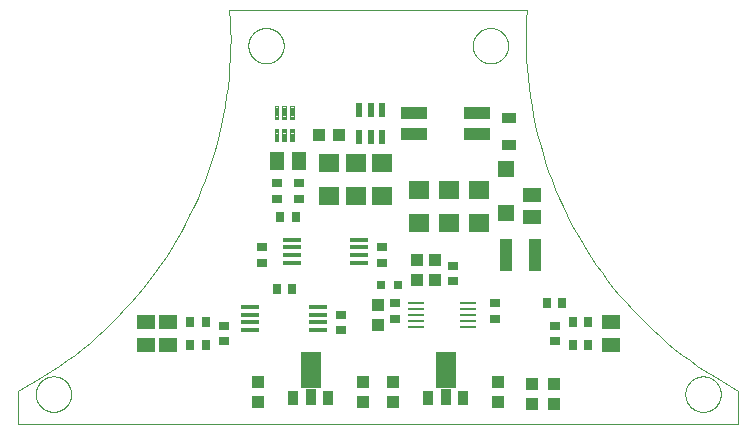
<source format=gtp>
G75*
%MOIN*%
%OFA0B0*%
%FSLAX25Y25*%
%IPPOS*%
%LPD*%
%AMOC8*
5,1,8,0,0,1.08239X$1,22.5*
%
%ADD10C,0.00000*%
%ADD11C,0.00039*%
%ADD12R,0.03937X0.04331*%
%ADD13R,0.03543X0.02756*%
%ADD14R,0.02756X0.03543*%
%ADD15R,0.06181X0.01614*%
%ADD16R,0.03543X0.05118*%
%ADD17R,0.03543X0.05807*%
%ADD18R,0.06823X0.12303*%
%ADD19R,0.05906X0.05118*%
%ADD20R,0.05118X0.05906*%
%ADD21R,0.05600X0.01100*%
%ADD22C,0.00394*%
%ADD23R,0.02953X0.02756*%
%ADD24R,0.08661X0.03937*%
%ADD25R,0.05118X0.03543*%
%ADD26R,0.05512X0.05512*%
%ADD27R,0.03937X0.10630*%
%ADD28R,0.04331X0.03937*%
%ADD29R,0.02000X0.04800*%
%ADD30R,0.07087X0.06299*%
D10*
X0032750Y0016500D02*
X0032750Y0027524D01*
X0032750Y0016500D02*
X0272907Y0016500D01*
X0272907Y0027524D01*
X0272907Y0027523D02*
X0270093Y0029042D01*
X0267315Y0030628D01*
X0264577Y0032281D01*
X0261880Y0034000D01*
X0259225Y0035784D01*
X0256614Y0037631D01*
X0254048Y0039541D01*
X0251530Y0041513D01*
X0249060Y0043545D01*
X0246640Y0045636D01*
X0244271Y0047785D01*
X0241954Y0049991D01*
X0239692Y0052252D01*
X0237485Y0054567D01*
X0235335Y0056935D01*
X0233243Y0059354D01*
X0231210Y0061823D01*
X0229237Y0064341D01*
X0227326Y0066905D01*
X0225477Y0069515D01*
X0223692Y0072169D01*
X0221972Y0074866D01*
X0220318Y0077603D01*
X0218730Y0080380D01*
X0217210Y0083194D01*
X0215758Y0086044D01*
X0214376Y0088928D01*
X0213064Y0091845D01*
X0211823Y0094793D01*
X0210654Y0097770D01*
X0209557Y0100775D01*
X0208533Y0103805D01*
X0207582Y0106859D01*
X0206706Y0109935D01*
X0205905Y0113031D01*
X0205179Y0116146D01*
X0204528Y0119278D01*
X0203953Y0122424D01*
X0203455Y0125583D01*
X0203033Y0128754D01*
X0202688Y0131934D01*
X0202420Y0135121D01*
X0202229Y0138314D01*
X0202115Y0141510D01*
X0202079Y0144708D01*
X0202120Y0147906D01*
X0202239Y0151103D01*
X0202435Y0154295D01*
X0103222Y0154295D01*
X0103223Y0154295D02*
X0103419Y0151103D01*
X0103538Y0147906D01*
X0103579Y0144708D01*
X0103543Y0141510D01*
X0103429Y0138314D01*
X0103238Y0135121D01*
X0102970Y0131934D01*
X0102625Y0128754D01*
X0102203Y0125583D01*
X0101705Y0122424D01*
X0101130Y0119278D01*
X0100479Y0116146D01*
X0099753Y0113031D01*
X0098952Y0109935D01*
X0098076Y0106859D01*
X0097125Y0103805D01*
X0096101Y0100775D01*
X0095004Y0097770D01*
X0093835Y0094793D01*
X0092594Y0091845D01*
X0091282Y0088928D01*
X0089900Y0086044D01*
X0088448Y0083194D01*
X0086928Y0080380D01*
X0085340Y0077603D01*
X0083686Y0074866D01*
X0081966Y0072169D01*
X0080181Y0069515D01*
X0078332Y0066905D01*
X0076421Y0064341D01*
X0074448Y0061823D01*
X0072415Y0059354D01*
X0070323Y0056935D01*
X0068173Y0054567D01*
X0065966Y0052252D01*
X0063704Y0049991D01*
X0061387Y0047785D01*
X0059018Y0045636D01*
X0056598Y0043545D01*
X0054128Y0041513D01*
X0051610Y0039541D01*
X0049044Y0037631D01*
X0046433Y0035784D01*
X0043778Y0034000D01*
X0041081Y0032281D01*
X0038343Y0030628D01*
X0035565Y0029042D01*
X0032751Y0027523D01*
D11*
X0038655Y0026343D02*
X0038657Y0026496D01*
X0038663Y0026650D01*
X0038673Y0026803D01*
X0038687Y0026955D01*
X0038705Y0027108D01*
X0038727Y0027259D01*
X0038752Y0027410D01*
X0038782Y0027561D01*
X0038816Y0027711D01*
X0038853Y0027859D01*
X0038894Y0028007D01*
X0038939Y0028153D01*
X0038988Y0028299D01*
X0039041Y0028443D01*
X0039097Y0028585D01*
X0039157Y0028726D01*
X0039221Y0028866D01*
X0039288Y0029004D01*
X0039359Y0029140D01*
X0039434Y0029274D01*
X0039511Y0029406D01*
X0039593Y0029536D01*
X0039677Y0029664D01*
X0039765Y0029790D01*
X0039856Y0029913D01*
X0039950Y0030034D01*
X0040048Y0030152D01*
X0040148Y0030268D01*
X0040252Y0030381D01*
X0040358Y0030492D01*
X0040467Y0030600D01*
X0040579Y0030705D01*
X0040693Y0030806D01*
X0040811Y0030905D01*
X0040930Y0031001D01*
X0041052Y0031094D01*
X0041177Y0031183D01*
X0041304Y0031270D01*
X0041433Y0031352D01*
X0041564Y0031432D01*
X0041697Y0031508D01*
X0041832Y0031581D01*
X0041969Y0031650D01*
X0042108Y0031715D01*
X0042248Y0031777D01*
X0042390Y0031835D01*
X0042533Y0031890D01*
X0042678Y0031941D01*
X0042824Y0031988D01*
X0042971Y0032031D01*
X0043119Y0032070D01*
X0043268Y0032106D01*
X0043418Y0032137D01*
X0043569Y0032165D01*
X0043720Y0032189D01*
X0043873Y0032209D01*
X0044025Y0032225D01*
X0044178Y0032237D01*
X0044331Y0032245D01*
X0044484Y0032249D01*
X0044638Y0032249D01*
X0044791Y0032245D01*
X0044944Y0032237D01*
X0045097Y0032225D01*
X0045249Y0032209D01*
X0045402Y0032189D01*
X0045553Y0032165D01*
X0045704Y0032137D01*
X0045854Y0032106D01*
X0046003Y0032070D01*
X0046151Y0032031D01*
X0046298Y0031988D01*
X0046444Y0031941D01*
X0046589Y0031890D01*
X0046732Y0031835D01*
X0046874Y0031777D01*
X0047014Y0031715D01*
X0047153Y0031650D01*
X0047290Y0031581D01*
X0047425Y0031508D01*
X0047558Y0031432D01*
X0047689Y0031352D01*
X0047818Y0031270D01*
X0047945Y0031183D01*
X0048070Y0031094D01*
X0048192Y0031001D01*
X0048311Y0030905D01*
X0048429Y0030806D01*
X0048543Y0030705D01*
X0048655Y0030600D01*
X0048764Y0030492D01*
X0048870Y0030381D01*
X0048974Y0030268D01*
X0049074Y0030152D01*
X0049172Y0030034D01*
X0049266Y0029913D01*
X0049357Y0029790D01*
X0049445Y0029664D01*
X0049529Y0029536D01*
X0049611Y0029406D01*
X0049688Y0029274D01*
X0049763Y0029140D01*
X0049834Y0029004D01*
X0049901Y0028866D01*
X0049965Y0028726D01*
X0050025Y0028585D01*
X0050081Y0028443D01*
X0050134Y0028299D01*
X0050183Y0028153D01*
X0050228Y0028007D01*
X0050269Y0027859D01*
X0050306Y0027711D01*
X0050340Y0027561D01*
X0050370Y0027410D01*
X0050395Y0027259D01*
X0050417Y0027108D01*
X0050435Y0026955D01*
X0050449Y0026803D01*
X0050459Y0026650D01*
X0050465Y0026496D01*
X0050467Y0026343D01*
X0050465Y0026190D01*
X0050459Y0026036D01*
X0050449Y0025883D01*
X0050435Y0025731D01*
X0050417Y0025578D01*
X0050395Y0025427D01*
X0050370Y0025276D01*
X0050340Y0025125D01*
X0050306Y0024975D01*
X0050269Y0024827D01*
X0050228Y0024679D01*
X0050183Y0024533D01*
X0050134Y0024387D01*
X0050081Y0024243D01*
X0050025Y0024101D01*
X0049965Y0023960D01*
X0049901Y0023820D01*
X0049834Y0023682D01*
X0049763Y0023546D01*
X0049688Y0023412D01*
X0049611Y0023280D01*
X0049529Y0023150D01*
X0049445Y0023022D01*
X0049357Y0022896D01*
X0049266Y0022773D01*
X0049172Y0022652D01*
X0049074Y0022534D01*
X0048974Y0022418D01*
X0048870Y0022305D01*
X0048764Y0022194D01*
X0048655Y0022086D01*
X0048543Y0021981D01*
X0048429Y0021880D01*
X0048311Y0021781D01*
X0048192Y0021685D01*
X0048070Y0021592D01*
X0047945Y0021503D01*
X0047818Y0021416D01*
X0047689Y0021334D01*
X0047558Y0021254D01*
X0047425Y0021178D01*
X0047290Y0021105D01*
X0047153Y0021036D01*
X0047014Y0020971D01*
X0046874Y0020909D01*
X0046732Y0020851D01*
X0046589Y0020796D01*
X0046444Y0020745D01*
X0046298Y0020698D01*
X0046151Y0020655D01*
X0046003Y0020616D01*
X0045854Y0020580D01*
X0045704Y0020549D01*
X0045553Y0020521D01*
X0045402Y0020497D01*
X0045249Y0020477D01*
X0045097Y0020461D01*
X0044944Y0020449D01*
X0044791Y0020441D01*
X0044638Y0020437D01*
X0044484Y0020437D01*
X0044331Y0020441D01*
X0044178Y0020449D01*
X0044025Y0020461D01*
X0043873Y0020477D01*
X0043720Y0020497D01*
X0043569Y0020521D01*
X0043418Y0020549D01*
X0043268Y0020580D01*
X0043119Y0020616D01*
X0042971Y0020655D01*
X0042824Y0020698D01*
X0042678Y0020745D01*
X0042533Y0020796D01*
X0042390Y0020851D01*
X0042248Y0020909D01*
X0042108Y0020971D01*
X0041969Y0021036D01*
X0041832Y0021105D01*
X0041697Y0021178D01*
X0041564Y0021254D01*
X0041433Y0021334D01*
X0041304Y0021416D01*
X0041177Y0021503D01*
X0041052Y0021592D01*
X0040930Y0021685D01*
X0040811Y0021781D01*
X0040693Y0021880D01*
X0040579Y0021981D01*
X0040467Y0022086D01*
X0040358Y0022194D01*
X0040252Y0022305D01*
X0040148Y0022418D01*
X0040048Y0022534D01*
X0039950Y0022652D01*
X0039856Y0022773D01*
X0039765Y0022896D01*
X0039677Y0023022D01*
X0039593Y0023150D01*
X0039511Y0023280D01*
X0039434Y0023412D01*
X0039359Y0023546D01*
X0039288Y0023682D01*
X0039221Y0023820D01*
X0039157Y0023960D01*
X0039097Y0024101D01*
X0039041Y0024243D01*
X0038988Y0024387D01*
X0038939Y0024533D01*
X0038894Y0024679D01*
X0038853Y0024827D01*
X0038816Y0024975D01*
X0038782Y0025125D01*
X0038752Y0025276D01*
X0038727Y0025427D01*
X0038705Y0025578D01*
X0038687Y0025731D01*
X0038673Y0025883D01*
X0038663Y0026036D01*
X0038657Y0026190D01*
X0038655Y0026343D01*
X0109521Y0142484D02*
X0109523Y0142637D01*
X0109529Y0142791D01*
X0109539Y0142944D01*
X0109553Y0143096D01*
X0109571Y0143249D01*
X0109593Y0143400D01*
X0109618Y0143551D01*
X0109648Y0143702D01*
X0109682Y0143852D01*
X0109719Y0144000D01*
X0109760Y0144148D01*
X0109805Y0144294D01*
X0109854Y0144440D01*
X0109907Y0144584D01*
X0109963Y0144726D01*
X0110023Y0144867D01*
X0110087Y0145007D01*
X0110154Y0145145D01*
X0110225Y0145281D01*
X0110300Y0145415D01*
X0110377Y0145547D01*
X0110459Y0145677D01*
X0110543Y0145805D01*
X0110631Y0145931D01*
X0110722Y0146054D01*
X0110816Y0146175D01*
X0110914Y0146293D01*
X0111014Y0146409D01*
X0111118Y0146522D01*
X0111224Y0146633D01*
X0111333Y0146741D01*
X0111445Y0146846D01*
X0111559Y0146947D01*
X0111677Y0147046D01*
X0111796Y0147142D01*
X0111918Y0147235D01*
X0112043Y0147324D01*
X0112170Y0147411D01*
X0112299Y0147493D01*
X0112430Y0147573D01*
X0112563Y0147649D01*
X0112698Y0147722D01*
X0112835Y0147791D01*
X0112974Y0147856D01*
X0113114Y0147918D01*
X0113256Y0147976D01*
X0113399Y0148031D01*
X0113544Y0148082D01*
X0113690Y0148129D01*
X0113837Y0148172D01*
X0113985Y0148211D01*
X0114134Y0148247D01*
X0114284Y0148278D01*
X0114435Y0148306D01*
X0114586Y0148330D01*
X0114739Y0148350D01*
X0114891Y0148366D01*
X0115044Y0148378D01*
X0115197Y0148386D01*
X0115350Y0148390D01*
X0115504Y0148390D01*
X0115657Y0148386D01*
X0115810Y0148378D01*
X0115963Y0148366D01*
X0116115Y0148350D01*
X0116268Y0148330D01*
X0116419Y0148306D01*
X0116570Y0148278D01*
X0116720Y0148247D01*
X0116869Y0148211D01*
X0117017Y0148172D01*
X0117164Y0148129D01*
X0117310Y0148082D01*
X0117455Y0148031D01*
X0117598Y0147976D01*
X0117740Y0147918D01*
X0117880Y0147856D01*
X0118019Y0147791D01*
X0118156Y0147722D01*
X0118291Y0147649D01*
X0118424Y0147573D01*
X0118555Y0147493D01*
X0118684Y0147411D01*
X0118811Y0147324D01*
X0118936Y0147235D01*
X0119058Y0147142D01*
X0119177Y0147046D01*
X0119295Y0146947D01*
X0119409Y0146846D01*
X0119521Y0146741D01*
X0119630Y0146633D01*
X0119736Y0146522D01*
X0119840Y0146409D01*
X0119940Y0146293D01*
X0120038Y0146175D01*
X0120132Y0146054D01*
X0120223Y0145931D01*
X0120311Y0145805D01*
X0120395Y0145677D01*
X0120477Y0145547D01*
X0120554Y0145415D01*
X0120629Y0145281D01*
X0120700Y0145145D01*
X0120767Y0145007D01*
X0120831Y0144867D01*
X0120891Y0144726D01*
X0120947Y0144584D01*
X0121000Y0144440D01*
X0121049Y0144294D01*
X0121094Y0144148D01*
X0121135Y0144000D01*
X0121172Y0143852D01*
X0121206Y0143702D01*
X0121236Y0143551D01*
X0121261Y0143400D01*
X0121283Y0143249D01*
X0121301Y0143096D01*
X0121315Y0142944D01*
X0121325Y0142791D01*
X0121331Y0142637D01*
X0121333Y0142484D01*
X0121331Y0142331D01*
X0121325Y0142177D01*
X0121315Y0142024D01*
X0121301Y0141872D01*
X0121283Y0141719D01*
X0121261Y0141568D01*
X0121236Y0141417D01*
X0121206Y0141266D01*
X0121172Y0141116D01*
X0121135Y0140968D01*
X0121094Y0140820D01*
X0121049Y0140674D01*
X0121000Y0140528D01*
X0120947Y0140384D01*
X0120891Y0140242D01*
X0120831Y0140101D01*
X0120767Y0139961D01*
X0120700Y0139823D01*
X0120629Y0139687D01*
X0120554Y0139553D01*
X0120477Y0139421D01*
X0120395Y0139291D01*
X0120311Y0139163D01*
X0120223Y0139037D01*
X0120132Y0138914D01*
X0120038Y0138793D01*
X0119940Y0138675D01*
X0119840Y0138559D01*
X0119736Y0138446D01*
X0119630Y0138335D01*
X0119521Y0138227D01*
X0119409Y0138122D01*
X0119295Y0138021D01*
X0119177Y0137922D01*
X0119058Y0137826D01*
X0118936Y0137733D01*
X0118811Y0137644D01*
X0118684Y0137557D01*
X0118555Y0137475D01*
X0118424Y0137395D01*
X0118291Y0137319D01*
X0118156Y0137246D01*
X0118019Y0137177D01*
X0117880Y0137112D01*
X0117740Y0137050D01*
X0117598Y0136992D01*
X0117455Y0136937D01*
X0117310Y0136886D01*
X0117164Y0136839D01*
X0117017Y0136796D01*
X0116869Y0136757D01*
X0116720Y0136721D01*
X0116570Y0136690D01*
X0116419Y0136662D01*
X0116268Y0136638D01*
X0116115Y0136618D01*
X0115963Y0136602D01*
X0115810Y0136590D01*
X0115657Y0136582D01*
X0115504Y0136578D01*
X0115350Y0136578D01*
X0115197Y0136582D01*
X0115044Y0136590D01*
X0114891Y0136602D01*
X0114739Y0136618D01*
X0114586Y0136638D01*
X0114435Y0136662D01*
X0114284Y0136690D01*
X0114134Y0136721D01*
X0113985Y0136757D01*
X0113837Y0136796D01*
X0113690Y0136839D01*
X0113544Y0136886D01*
X0113399Y0136937D01*
X0113256Y0136992D01*
X0113114Y0137050D01*
X0112974Y0137112D01*
X0112835Y0137177D01*
X0112698Y0137246D01*
X0112563Y0137319D01*
X0112430Y0137395D01*
X0112299Y0137475D01*
X0112170Y0137557D01*
X0112043Y0137644D01*
X0111918Y0137733D01*
X0111796Y0137826D01*
X0111677Y0137922D01*
X0111559Y0138021D01*
X0111445Y0138122D01*
X0111333Y0138227D01*
X0111224Y0138335D01*
X0111118Y0138446D01*
X0111014Y0138559D01*
X0110914Y0138675D01*
X0110816Y0138793D01*
X0110722Y0138914D01*
X0110631Y0139037D01*
X0110543Y0139163D01*
X0110459Y0139291D01*
X0110377Y0139421D01*
X0110300Y0139553D01*
X0110225Y0139687D01*
X0110154Y0139823D01*
X0110087Y0139961D01*
X0110023Y0140101D01*
X0109963Y0140242D01*
X0109907Y0140384D01*
X0109854Y0140528D01*
X0109805Y0140674D01*
X0109760Y0140820D01*
X0109719Y0140968D01*
X0109682Y0141116D01*
X0109648Y0141266D01*
X0109618Y0141417D01*
X0109593Y0141568D01*
X0109571Y0141719D01*
X0109553Y0141872D01*
X0109539Y0142024D01*
X0109529Y0142177D01*
X0109523Y0142331D01*
X0109521Y0142484D01*
X0184324Y0142484D02*
X0184326Y0142637D01*
X0184332Y0142791D01*
X0184342Y0142944D01*
X0184356Y0143096D01*
X0184374Y0143249D01*
X0184396Y0143400D01*
X0184421Y0143551D01*
X0184451Y0143702D01*
X0184485Y0143852D01*
X0184522Y0144000D01*
X0184563Y0144148D01*
X0184608Y0144294D01*
X0184657Y0144440D01*
X0184710Y0144584D01*
X0184766Y0144726D01*
X0184826Y0144867D01*
X0184890Y0145007D01*
X0184957Y0145145D01*
X0185028Y0145281D01*
X0185103Y0145415D01*
X0185180Y0145547D01*
X0185262Y0145677D01*
X0185346Y0145805D01*
X0185434Y0145931D01*
X0185525Y0146054D01*
X0185619Y0146175D01*
X0185717Y0146293D01*
X0185817Y0146409D01*
X0185921Y0146522D01*
X0186027Y0146633D01*
X0186136Y0146741D01*
X0186248Y0146846D01*
X0186362Y0146947D01*
X0186480Y0147046D01*
X0186599Y0147142D01*
X0186721Y0147235D01*
X0186846Y0147324D01*
X0186973Y0147411D01*
X0187102Y0147493D01*
X0187233Y0147573D01*
X0187366Y0147649D01*
X0187501Y0147722D01*
X0187638Y0147791D01*
X0187777Y0147856D01*
X0187917Y0147918D01*
X0188059Y0147976D01*
X0188202Y0148031D01*
X0188347Y0148082D01*
X0188493Y0148129D01*
X0188640Y0148172D01*
X0188788Y0148211D01*
X0188937Y0148247D01*
X0189087Y0148278D01*
X0189238Y0148306D01*
X0189389Y0148330D01*
X0189542Y0148350D01*
X0189694Y0148366D01*
X0189847Y0148378D01*
X0190000Y0148386D01*
X0190153Y0148390D01*
X0190307Y0148390D01*
X0190460Y0148386D01*
X0190613Y0148378D01*
X0190766Y0148366D01*
X0190918Y0148350D01*
X0191071Y0148330D01*
X0191222Y0148306D01*
X0191373Y0148278D01*
X0191523Y0148247D01*
X0191672Y0148211D01*
X0191820Y0148172D01*
X0191967Y0148129D01*
X0192113Y0148082D01*
X0192258Y0148031D01*
X0192401Y0147976D01*
X0192543Y0147918D01*
X0192683Y0147856D01*
X0192822Y0147791D01*
X0192959Y0147722D01*
X0193094Y0147649D01*
X0193227Y0147573D01*
X0193358Y0147493D01*
X0193487Y0147411D01*
X0193614Y0147324D01*
X0193739Y0147235D01*
X0193861Y0147142D01*
X0193980Y0147046D01*
X0194098Y0146947D01*
X0194212Y0146846D01*
X0194324Y0146741D01*
X0194433Y0146633D01*
X0194539Y0146522D01*
X0194643Y0146409D01*
X0194743Y0146293D01*
X0194841Y0146175D01*
X0194935Y0146054D01*
X0195026Y0145931D01*
X0195114Y0145805D01*
X0195198Y0145677D01*
X0195280Y0145547D01*
X0195357Y0145415D01*
X0195432Y0145281D01*
X0195503Y0145145D01*
X0195570Y0145007D01*
X0195634Y0144867D01*
X0195694Y0144726D01*
X0195750Y0144584D01*
X0195803Y0144440D01*
X0195852Y0144294D01*
X0195897Y0144148D01*
X0195938Y0144000D01*
X0195975Y0143852D01*
X0196009Y0143702D01*
X0196039Y0143551D01*
X0196064Y0143400D01*
X0196086Y0143249D01*
X0196104Y0143096D01*
X0196118Y0142944D01*
X0196128Y0142791D01*
X0196134Y0142637D01*
X0196136Y0142484D01*
X0196134Y0142331D01*
X0196128Y0142177D01*
X0196118Y0142024D01*
X0196104Y0141872D01*
X0196086Y0141719D01*
X0196064Y0141568D01*
X0196039Y0141417D01*
X0196009Y0141266D01*
X0195975Y0141116D01*
X0195938Y0140968D01*
X0195897Y0140820D01*
X0195852Y0140674D01*
X0195803Y0140528D01*
X0195750Y0140384D01*
X0195694Y0140242D01*
X0195634Y0140101D01*
X0195570Y0139961D01*
X0195503Y0139823D01*
X0195432Y0139687D01*
X0195357Y0139553D01*
X0195280Y0139421D01*
X0195198Y0139291D01*
X0195114Y0139163D01*
X0195026Y0139037D01*
X0194935Y0138914D01*
X0194841Y0138793D01*
X0194743Y0138675D01*
X0194643Y0138559D01*
X0194539Y0138446D01*
X0194433Y0138335D01*
X0194324Y0138227D01*
X0194212Y0138122D01*
X0194098Y0138021D01*
X0193980Y0137922D01*
X0193861Y0137826D01*
X0193739Y0137733D01*
X0193614Y0137644D01*
X0193487Y0137557D01*
X0193358Y0137475D01*
X0193227Y0137395D01*
X0193094Y0137319D01*
X0192959Y0137246D01*
X0192822Y0137177D01*
X0192683Y0137112D01*
X0192543Y0137050D01*
X0192401Y0136992D01*
X0192258Y0136937D01*
X0192113Y0136886D01*
X0191967Y0136839D01*
X0191820Y0136796D01*
X0191672Y0136757D01*
X0191523Y0136721D01*
X0191373Y0136690D01*
X0191222Y0136662D01*
X0191071Y0136638D01*
X0190918Y0136618D01*
X0190766Y0136602D01*
X0190613Y0136590D01*
X0190460Y0136582D01*
X0190307Y0136578D01*
X0190153Y0136578D01*
X0190000Y0136582D01*
X0189847Y0136590D01*
X0189694Y0136602D01*
X0189542Y0136618D01*
X0189389Y0136638D01*
X0189238Y0136662D01*
X0189087Y0136690D01*
X0188937Y0136721D01*
X0188788Y0136757D01*
X0188640Y0136796D01*
X0188493Y0136839D01*
X0188347Y0136886D01*
X0188202Y0136937D01*
X0188059Y0136992D01*
X0187917Y0137050D01*
X0187777Y0137112D01*
X0187638Y0137177D01*
X0187501Y0137246D01*
X0187366Y0137319D01*
X0187233Y0137395D01*
X0187102Y0137475D01*
X0186973Y0137557D01*
X0186846Y0137644D01*
X0186721Y0137733D01*
X0186599Y0137826D01*
X0186480Y0137922D01*
X0186362Y0138021D01*
X0186248Y0138122D01*
X0186136Y0138227D01*
X0186027Y0138335D01*
X0185921Y0138446D01*
X0185817Y0138559D01*
X0185717Y0138675D01*
X0185619Y0138793D01*
X0185525Y0138914D01*
X0185434Y0139037D01*
X0185346Y0139163D01*
X0185262Y0139291D01*
X0185180Y0139421D01*
X0185103Y0139553D01*
X0185028Y0139687D01*
X0184957Y0139823D01*
X0184890Y0139961D01*
X0184826Y0140101D01*
X0184766Y0140242D01*
X0184710Y0140384D01*
X0184657Y0140528D01*
X0184608Y0140674D01*
X0184563Y0140820D01*
X0184522Y0140968D01*
X0184485Y0141116D01*
X0184451Y0141266D01*
X0184421Y0141417D01*
X0184396Y0141568D01*
X0184374Y0141719D01*
X0184356Y0141872D01*
X0184342Y0142024D01*
X0184332Y0142177D01*
X0184326Y0142331D01*
X0184324Y0142484D01*
X0255190Y0026343D02*
X0255192Y0026496D01*
X0255198Y0026650D01*
X0255208Y0026803D01*
X0255222Y0026955D01*
X0255240Y0027108D01*
X0255262Y0027259D01*
X0255287Y0027410D01*
X0255317Y0027561D01*
X0255351Y0027711D01*
X0255388Y0027859D01*
X0255429Y0028007D01*
X0255474Y0028153D01*
X0255523Y0028299D01*
X0255576Y0028443D01*
X0255632Y0028585D01*
X0255692Y0028726D01*
X0255756Y0028866D01*
X0255823Y0029004D01*
X0255894Y0029140D01*
X0255969Y0029274D01*
X0256046Y0029406D01*
X0256128Y0029536D01*
X0256212Y0029664D01*
X0256300Y0029790D01*
X0256391Y0029913D01*
X0256485Y0030034D01*
X0256583Y0030152D01*
X0256683Y0030268D01*
X0256787Y0030381D01*
X0256893Y0030492D01*
X0257002Y0030600D01*
X0257114Y0030705D01*
X0257228Y0030806D01*
X0257346Y0030905D01*
X0257465Y0031001D01*
X0257587Y0031094D01*
X0257712Y0031183D01*
X0257839Y0031270D01*
X0257968Y0031352D01*
X0258099Y0031432D01*
X0258232Y0031508D01*
X0258367Y0031581D01*
X0258504Y0031650D01*
X0258643Y0031715D01*
X0258783Y0031777D01*
X0258925Y0031835D01*
X0259068Y0031890D01*
X0259213Y0031941D01*
X0259359Y0031988D01*
X0259506Y0032031D01*
X0259654Y0032070D01*
X0259803Y0032106D01*
X0259953Y0032137D01*
X0260104Y0032165D01*
X0260255Y0032189D01*
X0260408Y0032209D01*
X0260560Y0032225D01*
X0260713Y0032237D01*
X0260866Y0032245D01*
X0261019Y0032249D01*
X0261173Y0032249D01*
X0261326Y0032245D01*
X0261479Y0032237D01*
X0261632Y0032225D01*
X0261784Y0032209D01*
X0261937Y0032189D01*
X0262088Y0032165D01*
X0262239Y0032137D01*
X0262389Y0032106D01*
X0262538Y0032070D01*
X0262686Y0032031D01*
X0262833Y0031988D01*
X0262979Y0031941D01*
X0263124Y0031890D01*
X0263267Y0031835D01*
X0263409Y0031777D01*
X0263549Y0031715D01*
X0263688Y0031650D01*
X0263825Y0031581D01*
X0263960Y0031508D01*
X0264093Y0031432D01*
X0264224Y0031352D01*
X0264353Y0031270D01*
X0264480Y0031183D01*
X0264605Y0031094D01*
X0264727Y0031001D01*
X0264846Y0030905D01*
X0264964Y0030806D01*
X0265078Y0030705D01*
X0265190Y0030600D01*
X0265299Y0030492D01*
X0265405Y0030381D01*
X0265509Y0030268D01*
X0265609Y0030152D01*
X0265707Y0030034D01*
X0265801Y0029913D01*
X0265892Y0029790D01*
X0265980Y0029664D01*
X0266064Y0029536D01*
X0266146Y0029406D01*
X0266223Y0029274D01*
X0266298Y0029140D01*
X0266369Y0029004D01*
X0266436Y0028866D01*
X0266500Y0028726D01*
X0266560Y0028585D01*
X0266616Y0028443D01*
X0266669Y0028299D01*
X0266718Y0028153D01*
X0266763Y0028007D01*
X0266804Y0027859D01*
X0266841Y0027711D01*
X0266875Y0027561D01*
X0266905Y0027410D01*
X0266930Y0027259D01*
X0266952Y0027108D01*
X0266970Y0026955D01*
X0266984Y0026803D01*
X0266994Y0026650D01*
X0267000Y0026496D01*
X0267002Y0026343D01*
X0267000Y0026190D01*
X0266994Y0026036D01*
X0266984Y0025883D01*
X0266970Y0025731D01*
X0266952Y0025578D01*
X0266930Y0025427D01*
X0266905Y0025276D01*
X0266875Y0025125D01*
X0266841Y0024975D01*
X0266804Y0024827D01*
X0266763Y0024679D01*
X0266718Y0024533D01*
X0266669Y0024387D01*
X0266616Y0024243D01*
X0266560Y0024101D01*
X0266500Y0023960D01*
X0266436Y0023820D01*
X0266369Y0023682D01*
X0266298Y0023546D01*
X0266223Y0023412D01*
X0266146Y0023280D01*
X0266064Y0023150D01*
X0265980Y0023022D01*
X0265892Y0022896D01*
X0265801Y0022773D01*
X0265707Y0022652D01*
X0265609Y0022534D01*
X0265509Y0022418D01*
X0265405Y0022305D01*
X0265299Y0022194D01*
X0265190Y0022086D01*
X0265078Y0021981D01*
X0264964Y0021880D01*
X0264846Y0021781D01*
X0264727Y0021685D01*
X0264605Y0021592D01*
X0264480Y0021503D01*
X0264353Y0021416D01*
X0264224Y0021334D01*
X0264093Y0021254D01*
X0263960Y0021178D01*
X0263825Y0021105D01*
X0263688Y0021036D01*
X0263549Y0020971D01*
X0263409Y0020909D01*
X0263267Y0020851D01*
X0263124Y0020796D01*
X0262979Y0020745D01*
X0262833Y0020698D01*
X0262686Y0020655D01*
X0262538Y0020616D01*
X0262389Y0020580D01*
X0262239Y0020549D01*
X0262088Y0020521D01*
X0261937Y0020497D01*
X0261784Y0020477D01*
X0261632Y0020461D01*
X0261479Y0020449D01*
X0261326Y0020441D01*
X0261173Y0020437D01*
X0261019Y0020437D01*
X0260866Y0020441D01*
X0260713Y0020449D01*
X0260560Y0020461D01*
X0260408Y0020477D01*
X0260255Y0020497D01*
X0260104Y0020521D01*
X0259953Y0020549D01*
X0259803Y0020580D01*
X0259654Y0020616D01*
X0259506Y0020655D01*
X0259359Y0020698D01*
X0259213Y0020745D01*
X0259068Y0020796D01*
X0258925Y0020851D01*
X0258783Y0020909D01*
X0258643Y0020971D01*
X0258504Y0021036D01*
X0258367Y0021105D01*
X0258232Y0021178D01*
X0258099Y0021254D01*
X0257968Y0021334D01*
X0257839Y0021416D01*
X0257712Y0021503D01*
X0257587Y0021592D01*
X0257465Y0021685D01*
X0257346Y0021781D01*
X0257228Y0021880D01*
X0257114Y0021981D01*
X0257002Y0022086D01*
X0256893Y0022194D01*
X0256787Y0022305D01*
X0256683Y0022418D01*
X0256583Y0022534D01*
X0256485Y0022652D01*
X0256391Y0022773D01*
X0256300Y0022896D01*
X0256212Y0023022D01*
X0256128Y0023150D01*
X0256046Y0023280D01*
X0255969Y0023412D01*
X0255894Y0023546D01*
X0255823Y0023682D01*
X0255756Y0023820D01*
X0255692Y0023960D01*
X0255632Y0024101D01*
X0255576Y0024243D01*
X0255523Y0024387D01*
X0255474Y0024533D01*
X0255429Y0024679D01*
X0255388Y0024827D01*
X0255351Y0024975D01*
X0255317Y0025125D01*
X0255287Y0025276D01*
X0255262Y0025427D01*
X0255240Y0025578D01*
X0255222Y0025731D01*
X0255208Y0025883D01*
X0255198Y0026036D01*
X0255192Y0026190D01*
X0255190Y0026343D01*
D12*
X0211500Y0023154D03*
X0204000Y0023154D03*
X0204000Y0029846D03*
X0211500Y0029846D03*
X0192750Y0030471D03*
X0192750Y0023779D03*
X0157750Y0023779D03*
X0147750Y0023779D03*
X0147750Y0030471D03*
X0157750Y0030471D03*
X0152750Y0049404D03*
X0152750Y0056096D03*
X0165599Y0064374D03*
X0171849Y0064374D03*
X0171849Y0071067D03*
X0165599Y0071067D03*
X0112750Y0030471D03*
X0112750Y0023779D03*
D13*
X0101500Y0043941D03*
X0101500Y0049059D03*
X0114000Y0070191D03*
X0114000Y0075309D03*
X0119000Y0091441D03*
X0119000Y0096559D03*
X0126500Y0096559D03*
X0126500Y0091441D03*
X0154000Y0075309D03*
X0154000Y0070191D03*
X0158375Y0056559D03*
X0158375Y0051441D03*
X0140250Y0052809D03*
X0140250Y0047691D03*
X0177750Y0063941D03*
X0177750Y0069059D03*
X0191776Y0056589D03*
X0191776Y0051470D03*
X0211776Y0049089D03*
X0211776Y0043970D03*
D14*
X0217691Y0042750D03*
X0222809Y0042750D03*
X0222809Y0050250D03*
X0217691Y0050250D03*
X0214030Y0056776D03*
X0208911Y0056776D03*
X0124059Y0061500D03*
X0118941Y0061500D03*
X0095309Y0050250D03*
X0090191Y0050250D03*
X0090191Y0042750D03*
X0095309Y0042750D03*
X0120191Y0085250D03*
X0125309Y0085250D03*
D15*
X0123951Y0077839D03*
X0123951Y0075280D03*
X0123951Y0072720D03*
X0123951Y0070161D03*
X0146549Y0070161D03*
X0146549Y0072720D03*
X0146549Y0075280D03*
X0146549Y0077839D03*
X0132799Y0055339D03*
X0132799Y0052780D03*
X0132799Y0050220D03*
X0132799Y0047661D03*
X0110201Y0047661D03*
X0110201Y0050220D03*
X0110201Y0052780D03*
X0110201Y0055339D03*
D16*
X0124344Y0025004D03*
X0136156Y0025004D03*
X0169344Y0025004D03*
X0181156Y0025004D03*
D17*
X0175250Y0025348D03*
X0130250Y0025348D03*
D18*
X0130250Y0034404D03*
X0175250Y0034404D03*
D19*
X0230250Y0042760D03*
X0230250Y0050240D03*
X0204000Y0085260D03*
X0204000Y0092740D03*
X0082750Y0050240D03*
X0075250Y0050240D03*
X0075250Y0042760D03*
X0082750Y0042760D03*
D20*
X0119010Y0104000D03*
X0126490Y0104000D03*
D21*
X0165400Y0056650D03*
X0165400Y0054750D03*
X0165400Y0052750D03*
X0165400Y0050750D03*
X0165400Y0048850D03*
X0182600Y0048850D03*
X0182600Y0050750D03*
X0182600Y0052750D03*
X0182600Y0054750D03*
X0182600Y0056650D03*
D22*
X0124649Y0110575D02*
X0124649Y0114865D01*
X0124649Y0110575D02*
X0123469Y0110575D01*
X0123469Y0114865D01*
X0124649Y0114865D01*
X0124649Y0110949D02*
X0123469Y0110949D01*
X0123469Y0111323D02*
X0124649Y0111323D01*
X0124649Y0111697D02*
X0123469Y0111697D01*
X0123469Y0112071D02*
X0124649Y0112071D01*
X0124649Y0112445D02*
X0123469Y0112445D01*
X0123469Y0112819D02*
X0124649Y0112819D01*
X0124649Y0113193D02*
X0123469Y0113193D01*
X0123469Y0113567D02*
X0124649Y0113567D01*
X0124649Y0113941D02*
X0123469Y0113941D01*
X0123469Y0114315D02*
X0124649Y0114315D01*
X0124649Y0114689D02*
X0123469Y0114689D01*
X0122090Y0114865D02*
X0122090Y0110575D01*
X0120910Y0110575D01*
X0120910Y0114865D01*
X0122090Y0114865D01*
X0122090Y0110949D02*
X0120910Y0110949D01*
X0120910Y0111323D02*
X0122090Y0111323D01*
X0122090Y0111697D02*
X0120910Y0111697D01*
X0120910Y0112071D02*
X0122090Y0112071D01*
X0122090Y0112445D02*
X0120910Y0112445D01*
X0120910Y0112819D02*
X0122090Y0112819D01*
X0122090Y0113193D02*
X0120910Y0113193D01*
X0120910Y0113567D02*
X0122090Y0113567D01*
X0122090Y0113941D02*
X0120910Y0113941D01*
X0120910Y0114315D02*
X0122090Y0114315D01*
X0122090Y0114689D02*
X0120910Y0114689D01*
X0119531Y0114865D02*
X0119531Y0110575D01*
X0118351Y0110575D01*
X0118351Y0114865D01*
X0119531Y0114865D01*
X0119531Y0110949D02*
X0118351Y0110949D01*
X0118351Y0111323D02*
X0119531Y0111323D01*
X0119531Y0111697D02*
X0118351Y0111697D01*
X0118351Y0112071D02*
X0119531Y0112071D01*
X0119531Y0112445D02*
X0118351Y0112445D01*
X0118351Y0112819D02*
X0119531Y0112819D01*
X0119531Y0113193D02*
X0118351Y0113193D01*
X0118351Y0113567D02*
X0119531Y0113567D01*
X0119531Y0113941D02*
X0118351Y0113941D01*
X0118351Y0114315D02*
X0119531Y0114315D01*
X0119531Y0114689D02*
X0118351Y0114689D01*
X0118351Y0118135D02*
X0118351Y0122425D01*
X0119531Y0122425D01*
X0119531Y0118135D01*
X0118351Y0118135D01*
X0118351Y0118509D02*
X0119531Y0118509D01*
X0119531Y0118883D02*
X0118351Y0118883D01*
X0118351Y0119257D02*
X0119531Y0119257D01*
X0119531Y0119631D02*
X0118351Y0119631D01*
X0118351Y0120005D02*
X0119531Y0120005D01*
X0119531Y0120379D02*
X0118351Y0120379D01*
X0118351Y0120753D02*
X0119531Y0120753D01*
X0119531Y0121127D02*
X0118351Y0121127D01*
X0118351Y0121501D02*
X0119531Y0121501D01*
X0119531Y0121875D02*
X0118351Y0121875D01*
X0118351Y0122249D02*
X0119531Y0122249D01*
X0120910Y0122425D02*
X0120910Y0118135D01*
X0120910Y0122425D02*
X0122090Y0122425D01*
X0122090Y0118135D01*
X0120910Y0118135D01*
X0120910Y0118509D02*
X0122090Y0118509D01*
X0122090Y0118883D02*
X0120910Y0118883D01*
X0120910Y0119257D02*
X0122090Y0119257D01*
X0122090Y0119631D02*
X0120910Y0119631D01*
X0120910Y0120005D02*
X0122090Y0120005D01*
X0122090Y0120379D02*
X0120910Y0120379D01*
X0120910Y0120753D02*
X0122090Y0120753D01*
X0122090Y0121127D02*
X0120910Y0121127D01*
X0120910Y0121501D02*
X0122090Y0121501D01*
X0122090Y0121875D02*
X0120910Y0121875D01*
X0120910Y0122249D02*
X0122090Y0122249D01*
X0123469Y0122425D02*
X0123469Y0118135D01*
X0123469Y0122425D02*
X0124649Y0122425D01*
X0124649Y0118135D01*
X0123469Y0118135D01*
X0123469Y0118509D02*
X0124649Y0118509D01*
X0124649Y0118883D02*
X0123469Y0118883D01*
X0123469Y0119257D02*
X0124649Y0119257D01*
X0124649Y0119631D02*
X0123469Y0119631D01*
X0123469Y0120005D02*
X0124649Y0120005D01*
X0124649Y0120379D02*
X0123469Y0120379D01*
X0123469Y0120753D02*
X0124649Y0120753D01*
X0124649Y0121127D02*
X0123469Y0121127D01*
X0123469Y0121501D02*
X0124649Y0121501D01*
X0124649Y0121875D02*
X0123469Y0121875D01*
X0123469Y0122249D02*
X0124649Y0122249D01*
D23*
X0153646Y0062750D03*
X0159354Y0062750D03*
D24*
X0164817Y0112957D03*
X0164817Y0120043D03*
X0185683Y0120043D03*
X0185683Y0112957D03*
D25*
X0196500Y0109472D03*
X0196500Y0118528D03*
D26*
X0195250Y0101283D03*
X0195250Y0086717D03*
D27*
X0195526Y0072750D03*
X0204974Y0072750D03*
D28*
X0139846Y0112750D03*
X0133154Y0112750D03*
D29*
X0146510Y0112000D03*
X0150250Y0112000D03*
X0153990Y0112000D03*
X0153990Y0121000D03*
X0150250Y0121000D03*
X0146510Y0121000D03*
D30*
X0145250Y0103262D03*
X0136500Y0103262D03*
X0154000Y0103262D03*
X0166500Y0094512D03*
X0176500Y0094512D03*
X0186500Y0094512D03*
X0186500Y0083488D03*
X0176500Y0083488D03*
X0166500Y0083488D03*
X0154000Y0092238D03*
X0145250Y0092238D03*
X0136500Y0092238D03*
M02*

</source>
